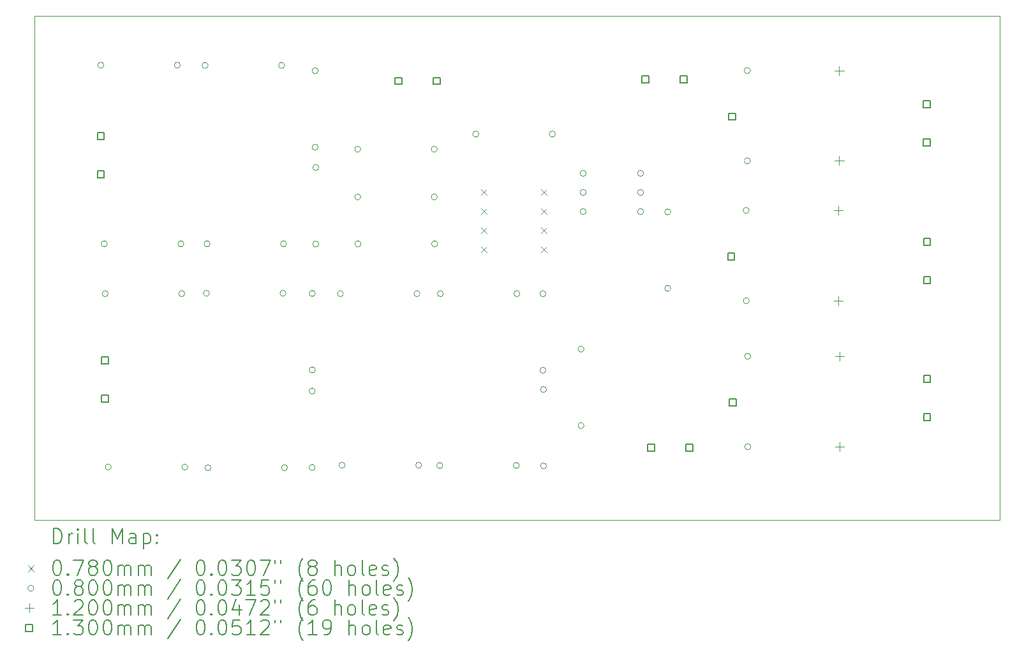
<source format=gbr>
%TF.GenerationSoftware,KiCad,Pcbnew,7.0.5*%
%TF.CreationDate,2023-11-27T09:45:24+05:30*%
%TF.ProjectId,Precharge circuit,50726563-6861-4726-9765-206369726375,rev?*%
%TF.SameCoordinates,Original*%
%TF.FileFunction,Drillmap*%
%TF.FilePolarity,Positive*%
%FSLAX45Y45*%
G04 Gerber Fmt 4.5, Leading zero omitted, Abs format (unit mm)*
G04 Created by KiCad (PCBNEW 7.0.5) date 2023-11-27 09:45:24*
%MOMM*%
%LPD*%
G01*
G04 APERTURE LIST*
%ADD10C,0.100000*%
%ADD11C,0.200000*%
%ADD12C,0.078000*%
%ADD13C,0.080000*%
%ADD14C,0.120000*%
%ADD15C,0.130000*%
G04 APERTURE END LIST*
D10*
X2851150Y-3009900D02*
X15660370Y-3009900D01*
X15660370Y-9702800D01*
X2851150Y-9702800D01*
X2851150Y-3009900D01*
D11*
D12*
X8781660Y-5307700D02*
X8859660Y-5385700D01*
X8859660Y-5307700D02*
X8781660Y-5385700D01*
X8781660Y-5561700D02*
X8859660Y-5639700D01*
X8859660Y-5561700D02*
X8781660Y-5639700D01*
X8781660Y-5815700D02*
X8859660Y-5893700D01*
X8859660Y-5815700D02*
X8781660Y-5893700D01*
X8781660Y-6069700D02*
X8859660Y-6147700D01*
X8859660Y-6069700D02*
X8781660Y-6147700D01*
X9575660Y-5307700D02*
X9653660Y-5385700D01*
X9653660Y-5307700D02*
X9575660Y-5385700D01*
X9575660Y-5561700D02*
X9653660Y-5639700D01*
X9653660Y-5561700D02*
X9575660Y-5639700D01*
X9575660Y-5815700D02*
X9653660Y-5893700D01*
X9653660Y-5815700D02*
X9575660Y-5893700D01*
X9575660Y-6069700D02*
X9653660Y-6147700D01*
X9653660Y-6069700D02*
X9575660Y-6147700D01*
D13*
X3773800Y-3662680D02*
G75*
G03*
X3773800Y-3662680I-40000J0D01*
G01*
X3819520Y-6035040D02*
G75*
G03*
X3819520Y-6035040I-40000J0D01*
G01*
X3832220Y-6697980D02*
G75*
G03*
X3832220Y-6697980I-40000J0D01*
G01*
X3872860Y-9001760D02*
G75*
G03*
X3872860Y-9001760I-40000J0D01*
G01*
X4789800Y-3662680D02*
G75*
G03*
X4789800Y-3662680I-40000J0D01*
G01*
X4835520Y-6035040D02*
G75*
G03*
X4835520Y-6035040I-40000J0D01*
G01*
X4848220Y-6697980D02*
G75*
G03*
X4848220Y-6697980I-40000J0D01*
G01*
X4888860Y-9001760D02*
G75*
G03*
X4888860Y-9001760I-40000J0D01*
G01*
X5158100Y-3665220D02*
G75*
G03*
X5158100Y-3665220I-40000J0D01*
G01*
X5175880Y-6692900D02*
G75*
G03*
X5175880Y-6692900I-40000J0D01*
G01*
X5183500Y-6035040D02*
G75*
G03*
X5183500Y-6035040I-40000J0D01*
G01*
X5196200Y-9009380D02*
G75*
G03*
X5196200Y-9009380I-40000J0D01*
G01*
X6174100Y-3665220D02*
G75*
G03*
X6174100Y-3665220I-40000J0D01*
G01*
X6191880Y-6692900D02*
G75*
G03*
X6191880Y-6692900I-40000J0D01*
G01*
X6199500Y-6035040D02*
G75*
G03*
X6199500Y-6035040I-40000J0D01*
G01*
X6212200Y-9009380D02*
G75*
G03*
X6212200Y-9009380I-40000J0D01*
G01*
X6577960Y-7990840D02*
G75*
G03*
X6577960Y-7990840I-40000J0D01*
G01*
X6577960Y-9006840D02*
G75*
G03*
X6577960Y-9006840I-40000J0D01*
G01*
X6580500Y-6695440D02*
G75*
G03*
X6580500Y-6695440I-40000J0D01*
G01*
X6580500Y-7711440D02*
G75*
G03*
X6580500Y-7711440I-40000J0D01*
G01*
X6618600Y-3736340D02*
G75*
G03*
X6618600Y-3736340I-40000J0D01*
G01*
X6618600Y-4752340D02*
G75*
G03*
X6618600Y-4752340I-40000J0D01*
G01*
X6626220Y-5021580D02*
G75*
G03*
X6626220Y-5021580I-40000J0D01*
G01*
X6626220Y-6037580D02*
G75*
G03*
X6626220Y-6037580I-40000J0D01*
G01*
X6953880Y-6697980D02*
G75*
G03*
X6953880Y-6697980I-40000J0D01*
G01*
X6976740Y-8976360D02*
G75*
G03*
X6976740Y-8976360I-40000J0D01*
G01*
X7182480Y-4777740D02*
G75*
G03*
X7182480Y-4777740I-40000J0D01*
G01*
X7182480Y-5412740D02*
G75*
G03*
X7182480Y-5412740I-40000J0D01*
G01*
X7187560Y-6035040D02*
G75*
G03*
X7187560Y-6035040I-40000J0D01*
G01*
X7969880Y-6697980D02*
G75*
G03*
X7969880Y-6697980I-40000J0D01*
G01*
X7992740Y-8976360D02*
G75*
G03*
X7992740Y-8976360I-40000J0D01*
G01*
X8198480Y-4777740D02*
G75*
G03*
X8198480Y-4777740I-40000J0D01*
G01*
X8198480Y-5412740D02*
G75*
G03*
X8198480Y-5412740I-40000J0D01*
G01*
X8203560Y-6035040D02*
G75*
G03*
X8203560Y-6035040I-40000J0D01*
G01*
X8272140Y-8981440D02*
G75*
G03*
X8272140Y-8981440I-40000J0D01*
G01*
X8279760Y-6697980D02*
G75*
G03*
X8279760Y-6697980I-40000J0D01*
G01*
X8749660Y-4577080D02*
G75*
G03*
X8749660Y-4577080I-40000J0D01*
G01*
X9288140Y-8981440D02*
G75*
G03*
X9288140Y-8981440I-40000J0D01*
G01*
X9295760Y-6697980D02*
G75*
G03*
X9295760Y-6697980I-40000J0D01*
G01*
X9641200Y-6697980D02*
G75*
G03*
X9641200Y-6697980I-40000J0D01*
G01*
X9641200Y-7713980D02*
G75*
G03*
X9641200Y-7713980I-40000J0D01*
G01*
X9648820Y-7970520D02*
G75*
G03*
X9648820Y-7970520I-40000J0D01*
G01*
X9648820Y-8986520D02*
G75*
G03*
X9648820Y-8986520I-40000J0D01*
G01*
X9765660Y-4577080D02*
G75*
G03*
X9765660Y-4577080I-40000J0D01*
G01*
X10146660Y-7434580D02*
G75*
G03*
X10146660Y-7434580I-40000J0D01*
G01*
X10146660Y-8450580D02*
G75*
G03*
X10146660Y-8450580I-40000J0D01*
G01*
X10175600Y-5099280D02*
G75*
G03*
X10175600Y-5099280I-40000J0D01*
G01*
X10175600Y-5353280D02*
G75*
G03*
X10175600Y-5353280I-40000J0D01*
G01*
X10175600Y-5607280D02*
G75*
G03*
X10175600Y-5607280I-40000J0D01*
G01*
X10937600Y-5099280D02*
G75*
G03*
X10937600Y-5099280I-40000J0D01*
G01*
X10937600Y-5353280D02*
G75*
G03*
X10937600Y-5353280I-40000J0D01*
G01*
X10937600Y-5607280D02*
G75*
G03*
X10937600Y-5607280I-40000J0D01*
G01*
X11297280Y-5610860D02*
G75*
G03*
X11297280Y-5610860I-40000J0D01*
G01*
X11297280Y-6626860D02*
G75*
G03*
X11297280Y-6626860I-40000J0D01*
G01*
X12338730Y-5592520D02*
G75*
G03*
X12338730Y-5592520I-40000J0D01*
G01*
X12338730Y-6792520D02*
G75*
G03*
X12338730Y-6792520I-40000J0D01*
G01*
X12353970Y-3733240D02*
G75*
G03*
X12353970Y-3733240I-40000J0D01*
G01*
X12353970Y-4933240D02*
G75*
G03*
X12353970Y-4933240I-40000J0D01*
G01*
X12359050Y-7530540D02*
G75*
G03*
X12359050Y-7530540I-40000J0D01*
G01*
X12359050Y-8730540D02*
G75*
G03*
X12359050Y-8730540I-40000J0D01*
G01*
D14*
X13518730Y-5532520D02*
X13518730Y-5652520D01*
X13458730Y-5592520D02*
X13578730Y-5592520D01*
X13518730Y-6732520D02*
X13518730Y-6852520D01*
X13458730Y-6792520D02*
X13578730Y-6792520D01*
X13533970Y-3673240D02*
X13533970Y-3793240D01*
X13473970Y-3733240D02*
X13593970Y-3733240D01*
X13533970Y-4873240D02*
X13533970Y-4993240D01*
X13473970Y-4933240D02*
X13593970Y-4933240D01*
X13539050Y-7470540D02*
X13539050Y-7590540D01*
X13479050Y-7530540D02*
X13599050Y-7530540D01*
X13539050Y-8670540D02*
X13539050Y-8790540D01*
X13479050Y-8730540D02*
X13599050Y-8730540D01*
D15*
X3779782Y-4648942D02*
X3779782Y-4557018D01*
X3687858Y-4557018D01*
X3687858Y-4648942D01*
X3779782Y-4648942D01*
X3779782Y-5156942D02*
X3779782Y-5065018D01*
X3687858Y-5065018D01*
X3687858Y-5156942D01*
X3779782Y-5156942D01*
X3838202Y-7628362D02*
X3838202Y-7536438D01*
X3746278Y-7536438D01*
X3746278Y-7628362D01*
X3838202Y-7628362D01*
X3838202Y-8136362D02*
X3838202Y-8044438D01*
X3746278Y-8044438D01*
X3746278Y-8136362D01*
X3838202Y-8136362D01*
X7729462Y-3916922D02*
X7729462Y-3824998D01*
X7637538Y-3824998D01*
X7637538Y-3916922D01*
X7729462Y-3916922D01*
X8237462Y-3916922D02*
X8237462Y-3824998D01*
X8145538Y-3824998D01*
X8145538Y-3916922D01*
X8237462Y-3916922D01*
X11003522Y-3899142D02*
X11003522Y-3807218D01*
X10911598Y-3807218D01*
X10911598Y-3899142D01*
X11003522Y-3899142D01*
X11084302Y-8791202D02*
X11084302Y-8699278D01*
X10992378Y-8699278D01*
X10992378Y-8791202D01*
X11084302Y-8791202D01*
X11511522Y-3899142D02*
X11511522Y-3807218D01*
X11419598Y-3807218D01*
X11419598Y-3899142D01*
X11511522Y-3899142D01*
X11592302Y-8791202D02*
X11592302Y-8699278D01*
X11500378Y-8699278D01*
X11500378Y-8791202D01*
X11592302Y-8791202D01*
X12144692Y-6250482D02*
X12144692Y-6158558D01*
X12052768Y-6158558D01*
X12052768Y-6250482D01*
X12144692Y-6250482D01*
X12159932Y-4391202D02*
X12159932Y-4299278D01*
X12068008Y-4299278D01*
X12068008Y-4391202D01*
X12159932Y-4391202D01*
X12165012Y-8188502D02*
X12165012Y-8096578D01*
X12073088Y-8096578D01*
X12073088Y-8188502D01*
X12165012Y-8188502D01*
X14742402Y-4226802D02*
X14742402Y-4134878D01*
X14650478Y-4134878D01*
X14650478Y-4226802D01*
X14742402Y-4226802D01*
X14742402Y-4734802D02*
X14742402Y-4642878D01*
X14650478Y-4642878D01*
X14650478Y-4734802D01*
X14742402Y-4734802D01*
X14744942Y-6053062D02*
X14744942Y-5961138D01*
X14653018Y-5961138D01*
X14653018Y-6053062D01*
X14744942Y-6053062D01*
X14744942Y-6561062D02*
X14744942Y-6469138D01*
X14653018Y-6469138D01*
X14653018Y-6561062D01*
X14744942Y-6561062D01*
X14744942Y-7874242D02*
X14744942Y-7782318D01*
X14653018Y-7782318D01*
X14653018Y-7874242D01*
X14744942Y-7874242D01*
X14744942Y-8382242D02*
X14744942Y-8290318D01*
X14653018Y-8290318D01*
X14653018Y-8382242D01*
X14744942Y-8382242D01*
D11*
X3106927Y-10019284D02*
X3106927Y-9819284D01*
X3106927Y-9819284D02*
X3154546Y-9819284D01*
X3154546Y-9819284D02*
X3183117Y-9828808D01*
X3183117Y-9828808D02*
X3202165Y-9847855D01*
X3202165Y-9847855D02*
X3211689Y-9866903D01*
X3211689Y-9866903D02*
X3221212Y-9904998D01*
X3221212Y-9904998D02*
X3221212Y-9933570D01*
X3221212Y-9933570D02*
X3211689Y-9971665D01*
X3211689Y-9971665D02*
X3202165Y-9990712D01*
X3202165Y-9990712D02*
X3183117Y-10009760D01*
X3183117Y-10009760D02*
X3154546Y-10019284D01*
X3154546Y-10019284D02*
X3106927Y-10019284D01*
X3306927Y-10019284D02*
X3306927Y-9885950D01*
X3306927Y-9924046D02*
X3316451Y-9904998D01*
X3316451Y-9904998D02*
X3325974Y-9895474D01*
X3325974Y-9895474D02*
X3345022Y-9885950D01*
X3345022Y-9885950D02*
X3364070Y-9885950D01*
X3430736Y-10019284D02*
X3430736Y-9885950D01*
X3430736Y-9819284D02*
X3421212Y-9828808D01*
X3421212Y-9828808D02*
X3430736Y-9838331D01*
X3430736Y-9838331D02*
X3440260Y-9828808D01*
X3440260Y-9828808D02*
X3430736Y-9819284D01*
X3430736Y-9819284D02*
X3430736Y-9838331D01*
X3554546Y-10019284D02*
X3535498Y-10009760D01*
X3535498Y-10009760D02*
X3525974Y-9990712D01*
X3525974Y-9990712D02*
X3525974Y-9819284D01*
X3659308Y-10019284D02*
X3640260Y-10009760D01*
X3640260Y-10009760D02*
X3630736Y-9990712D01*
X3630736Y-9990712D02*
X3630736Y-9819284D01*
X3887879Y-10019284D02*
X3887879Y-9819284D01*
X3887879Y-9819284D02*
X3954546Y-9962141D01*
X3954546Y-9962141D02*
X4021212Y-9819284D01*
X4021212Y-9819284D02*
X4021212Y-10019284D01*
X4202165Y-10019284D02*
X4202165Y-9914522D01*
X4202165Y-9914522D02*
X4192641Y-9895474D01*
X4192641Y-9895474D02*
X4173593Y-9885950D01*
X4173593Y-9885950D02*
X4135498Y-9885950D01*
X4135498Y-9885950D02*
X4116451Y-9895474D01*
X4202165Y-10009760D02*
X4183117Y-10019284D01*
X4183117Y-10019284D02*
X4135498Y-10019284D01*
X4135498Y-10019284D02*
X4116451Y-10009760D01*
X4116451Y-10009760D02*
X4106927Y-9990712D01*
X4106927Y-9990712D02*
X4106927Y-9971665D01*
X4106927Y-9971665D02*
X4116451Y-9952617D01*
X4116451Y-9952617D02*
X4135498Y-9943093D01*
X4135498Y-9943093D02*
X4183117Y-9943093D01*
X4183117Y-9943093D02*
X4202165Y-9933570D01*
X4297403Y-9885950D02*
X4297403Y-10085950D01*
X4297403Y-9895474D02*
X4316451Y-9885950D01*
X4316451Y-9885950D02*
X4354546Y-9885950D01*
X4354546Y-9885950D02*
X4373594Y-9895474D01*
X4373594Y-9895474D02*
X4383117Y-9904998D01*
X4383117Y-9904998D02*
X4392641Y-9924046D01*
X4392641Y-9924046D02*
X4392641Y-9981189D01*
X4392641Y-9981189D02*
X4383117Y-10000236D01*
X4383117Y-10000236D02*
X4373594Y-10009760D01*
X4373594Y-10009760D02*
X4354546Y-10019284D01*
X4354546Y-10019284D02*
X4316451Y-10019284D01*
X4316451Y-10019284D02*
X4297403Y-10009760D01*
X4478355Y-10000236D02*
X4487879Y-10009760D01*
X4487879Y-10009760D02*
X4478355Y-10019284D01*
X4478355Y-10019284D02*
X4468832Y-10009760D01*
X4468832Y-10009760D02*
X4478355Y-10000236D01*
X4478355Y-10000236D02*
X4478355Y-10019284D01*
X4478355Y-9895474D02*
X4487879Y-9904998D01*
X4487879Y-9904998D02*
X4478355Y-9914522D01*
X4478355Y-9914522D02*
X4468832Y-9904998D01*
X4468832Y-9904998D02*
X4478355Y-9895474D01*
X4478355Y-9895474D02*
X4478355Y-9914522D01*
D12*
X2768150Y-10308800D02*
X2846150Y-10386800D01*
X2846150Y-10308800D02*
X2768150Y-10386800D01*
D11*
X3145022Y-10239284D02*
X3164070Y-10239284D01*
X3164070Y-10239284D02*
X3183117Y-10248808D01*
X3183117Y-10248808D02*
X3192641Y-10258331D01*
X3192641Y-10258331D02*
X3202165Y-10277379D01*
X3202165Y-10277379D02*
X3211689Y-10315474D01*
X3211689Y-10315474D02*
X3211689Y-10363093D01*
X3211689Y-10363093D02*
X3202165Y-10401189D01*
X3202165Y-10401189D02*
X3192641Y-10420236D01*
X3192641Y-10420236D02*
X3183117Y-10429760D01*
X3183117Y-10429760D02*
X3164070Y-10439284D01*
X3164070Y-10439284D02*
X3145022Y-10439284D01*
X3145022Y-10439284D02*
X3125974Y-10429760D01*
X3125974Y-10429760D02*
X3116451Y-10420236D01*
X3116451Y-10420236D02*
X3106927Y-10401189D01*
X3106927Y-10401189D02*
X3097403Y-10363093D01*
X3097403Y-10363093D02*
X3097403Y-10315474D01*
X3097403Y-10315474D02*
X3106927Y-10277379D01*
X3106927Y-10277379D02*
X3116451Y-10258331D01*
X3116451Y-10258331D02*
X3125974Y-10248808D01*
X3125974Y-10248808D02*
X3145022Y-10239284D01*
X3297403Y-10420236D02*
X3306927Y-10429760D01*
X3306927Y-10429760D02*
X3297403Y-10439284D01*
X3297403Y-10439284D02*
X3287879Y-10429760D01*
X3287879Y-10429760D02*
X3297403Y-10420236D01*
X3297403Y-10420236D02*
X3297403Y-10439284D01*
X3373593Y-10239284D02*
X3506927Y-10239284D01*
X3506927Y-10239284D02*
X3421212Y-10439284D01*
X3611689Y-10324998D02*
X3592641Y-10315474D01*
X3592641Y-10315474D02*
X3583117Y-10305950D01*
X3583117Y-10305950D02*
X3573593Y-10286903D01*
X3573593Y-10286903D02*
X3573593Y-10277379D01*
X3573593Y-10277379D02*
X3583117Y-10258331D01*
X3583117Y-10258331D02*
X3592641Y-10248808D01*
X3592641Y-10248808D02*
X3611689Y-10239284D01*
X3611689Y-10239284D02*
X3649784Y-10239284D01*
X3649784Y-10239284D02*
X3668832Y-10248808D01*
X3668832Y-10248808D02*
X3678355Y-10258331D01*
X3678355Y-10258331D02*
X3687879Y-10277379D01*
X3687879Y-10277379D02*
X3687879Y-10286903D01*
X3687879Y-10286903D02*
X3678355Y-10305950D01*
X3678355Y-10305950D02*
X3668832Y-10315474D01*
X3668832Y-10315474D02*
X3649784Y-10324998D01*
X3649784Y-10324998D02*
X3611689Y-10324998D01*
X3611689Y-10324998D02*
X3592641Y-10334522D01*
X3592641Y-10334522D02*
X3583117Y-10344046D01*
X3583117Y-10344046D02*
X3573593Y-10363093D01*
X3573593Y-10363093D02*
X3573593Y-10401189D01*
X3573593Y-10401189D02*
X3583117Y-10420236D01*
X3583117Y-10420236D02*
X3592641Y-10429760D01*
X3592641Y-10429760D02*
X3611689Y-10439284D01*
X3611689Y-10439284D02*
X3649784Y-10439284D01*
X3649784Y-10439284D02*
X3668832Y-10429760D01*
X3668832Y-10429760D02*
X3678355Y-10420236D01*
X3678355Y-10420236D02*
X3687879Y-10401189D01*
X3687879Y-10401189D02*
X3687879Y-10363093D01*
X3687879Y-10363093D02*
X3678355Y-10344046D01*
X3678355Y-10344046D02*
X3668832Y-10334522D01*
X3668832Y-10334522D02*
X3649784Y-10324998D01*
X3811689Y-10239284D02*
X3830736Y-10239284D01*
X3830736Y-10239284D02*
X3849784Y-10248808D01*
X3849784Y-10248808D02*
X3859308Y-10258331D01*
X3859308Y-10258331D02*
X3868832Y-10277379D01*
X3868832Y-10277379D02*
X3878355Y-10315474D01*
X3878355Y-10315474D02*
X3878355Y-10363093D01*
X3878355Y-10363093D02*
X3868832Y-10401189D01*
X3868832Y-10401189D02*
X3859308Y-10420236D01*
X3859308Y-10420236D02*
X3849784Y-10429760D01*
X3849784Y-10429760D02*
X3830736Y-10439284D01*
X3830736Y-10439284D02*
X3811689Y-10439284D01*
X3811689Y-10439284D02*
X3792641Y-10429760D01*
X3792641Y-10429760D02*
X3783117Y-10420236D01*
X3783117Y-10420236D02*
X3773593Y-10401189D01*
X3773593Y-10401189D02*
X3764070Y-10363093D01*
X3764070Y-10363093D02*
X3764070Y-10315474D01*
X3764070Y-10315474D02*
X3773593Y-10277379D01*
X3773593Y-10277379D02*
X3783117Y-10258331D01*
X3783117Y-10258331D02*
X3792641Y-10248808D01*
X3792641Y-10248808D02*
X3811689Y-10239284D01*
X3964070Y-10439284D02*
X3964070Y-10305950D01*
X3964070Y-10324998D02*
X3973593Y-10315474D01*
X3973593Y-10315474D02*
X3992641Y-10305950D01*
X3992641Y-10305950D02*
X4021213Y-10305950D01*
X4021213Y-10305950D02*
X4040260Y-10315474D01*
X4040260Y-10315474D02*
X4049784Y-10334522D01*
X4049784Y-10334522D02*
X4049784Y-10439284D01*
X4049784Y-10334522D02*
X4059308Y-10315474D01*
X4059308Y-10315474D02*
X4078355Y-10305950D01*
X4078355Y-10305950D02*
X4106927Y-10305950D01*
X4106927Y-10305950D02*
X4125974Y-10315474D01*
X4125974Y-10315474D02*
X4135498Y-10334522D01*
X4135498Y-10334522D02*
X4135498Y-10439284D01*
X4230736Y-10439284D02*
X4230736Y-10305950D01*
X4230736Y-10324998D02*
X4240260Y-10315474D01*
X4240260Y-10315474D02*
X4259308Y-10305950D01*
X4259308Y-10305950D02*
X4287879Y-10305950D01*
X4287879Y-10305950D02*
X4306927Y-10315474D01*
X4306927Y-10315474D02*
X4316451Y-10334522D01*
X4316451Y-10334522D02*
X4316451Y-10439284D01*
X4316451Y-10334522D02*
X4325975Y-10315474D01*
X4325975Y-10315474D02*
X4345022Y-10305950D01*
X4345022Y-10305950D02*
X4373594Y-10305950D01*
X4373594Y-10305950D02*
X4392641Y-10315474D01*
X4392641Y-10315474D02*
X4402165Y-10334522D01*
X4402165Y-10334522D02*
X4402165Y-10439284D01*
X4792641Y-10229760D02*
X4621213Y-10486903D01*
X5049784Y-10239284D02*
X5068832Y-10239284D01*
X5068832Y-10239284D02*
X5087879Y-10248808D01*
X5087879Y-10248808D02*
X5097403Y-10258331D01*
X5097403Y-10258331D02*
X5106927Y-10277379D01*
X5106927Y-10277379D02*
X5116451Y-10315474D01*
X5116451Y-10315474D02*
X5116451Y-10363093D01*
X5116451Y-10363093D02*
X5106927Y-10401189D01*
X5106927Y-10401189D02*
X5097403Y-10420236D01*
X5097403Y-10420236D02*
X5087879Y-10429760D01*
X5087879Y-10429760D02*
X5068832Y-10439284D01*
X5068832Y-10439284D02*
X5049784Y-10439284D01*
X5049784Y-10439284D02*
X5030737Y-10429760D01*
X5030737Y-10429760D02*
X5021213Y-10420236D01*
X5021213Y-10420236D02*
X5011689Y-10401189D01*
X5011689Y-10401189D02*
X5002165Y-10363093D01*
X5002165Y-10363093D02*
X5002165Y-10315474D01*
X5002165Y-10315474D02*
X5011689Y-10277379D01*
X5011689Y-10277379D02*
X5021213Y-10258331D01*
X5021213Y-10258331D02*
X5030737Y-10248808D01*
X5030737Y-10248808D02*
X5049784Y-10239284D01*
X5202165Y-10420236D02*
X5211689Y-10429760D01*
X5211689Y-10429760D02*
X5202165Y-10439284D01*
X5202165Y-10439284D02*
X5192641Y-10429760D01*
X5192641Y-10429760D02*
X5202165Y-10420236D01*
X5202165Y-10420236D02*
X5202165Y-10439284D01*
X5335498Y-10239284D02*
X5354546Y-10239284D01*
X5354546Y-10239284D02*
X5373594Y-10248808D01*
X5373594Y-10248808D02*
X5383118Y-10258331D01*
X5383118Y-10258331D02*
X5392641Y-10277379D01*
X5392641Y-10277379D02*
X5402165Y-10315474D01*
X5402165Y-10315474D02*
X5402165Y-10363093D01*
X5402165Y-10363093D02*
X5392641Y-10401189D01*
X5392641Y-10401189D02*
X5383118Y-10420236D01*
X5383118Y-10420236D02*
X5373594Y-10429760D01*
X5373594Y-10429760D02*
X5354546Y-10439284D01*
X5354546Y-10439284D02*
X5335498Y-10439284D01*
X5335498Y-10439284D02*
X5316451Y-10429760D01*
X5316451Y-10429760D02*
X5306927Y-10420236D01*
X5306927Y-10420236D02*
X5297403Y-10401189D01*
X5297403Y-10401189D02*
X5287879Y-10363093D01*
X5287879Y-10363093D02*
X5287879Y-10315474D01*
X5287879Y-10315474D02*
X5297403Y-10277379D01*
X5297403Y-10277379D02*
X5306927Y-10258331D01*
X5306927Y-10258331D02*
X5316451Y-10248808D01*
X5316451Y-10248808D02*
X5335498Y-10239284D01*
X5468832Y-10239284D02*
X5592641Y-10239284D01*
X5592641Y-10239284D02*
X5525975Y-10315474D01*
X5525975Y-10315474D02*
X5554546Y-10315474D01*
X5554546Y-10315474D02*
X5573594Y-10324998D01*
X5573594Y-10324998D02*
X5583118Y-10334522D01*
X5583118Y-10334522D02*
X5592641Y-10353570D01*
X5592641Y-10353570D02*
X5592641Y-10401189D01*
X5592641Y-10401189D02*
X5583118Y-10420236D01*
X5583118Y-10420236D02*
X5573594Y-10429760D01*
X5573594Y-10429760D02*
X5554546Y-10439284D01*
X5554546Y-10439284D02*
X5497403Y-10439284D01*
X5497403Y-10439284D02*
X5478356Y-10429760D01*
X5478356Y-10429760D02*
X5468832Y-10420236D01*
X5716451Y-10239284D02*
X5735498Y-10239284D01*
X5735498Y-10239284D02*
X5754546Y-10248808D01*
X5754546Y-10248808D02*
X5764070Y-10258331D01*
X5764070Y-10258331D02*
X5773594Y-10277379D01*
X5773594Y-10277379D02*
X5783117Y-10315474D01*
X5783117Y-10315474D02*
X5783117Y-10363093D01*
X5783117Y-10363093D02*
X5773594Y-10401189D01*
X5773594Y-10401189D02*
X5764070Y-10420236D01*
X5764070Y-10420236D02*
X5754546Y-10429760D01*
X5754546Y-10429760D02*
X5735498Y-10439284D01*
X5735498Y-10439284D02*
X5716451Y-10439284D01*
X5716451Y-10439284D02*
X5697403Y-10429760D01*
X5697403Y-10429760D02*
X5687879Y-10420236D01*
X5687879Y-10420236D02*
X5678356Y-10401189D01*
X5678356Y-10401189D02*
X5668832Y-10363093D01*
X5668832Y-10363093D02*
X5668832Y-10315474D01*
X5668832Y-10315474D02*
X5678356Y-10277379D01*
X5678356Y-10277379D02*
X5687879Y-10258331D01*
X5687879Y-10258331D02*
X5697403Y-10248808D01*
X5697403Y-10248808D02*
X5716451Y-10239284D01*
X5849784Y-10239284D02*
X5983117Y-10239284D01*
X5983117Y-10239284D02*
X5897403Y-10439284D01*
X6049784Y-10239284D02*
X6049784Y-10277379D01*
X6125975Y-10239284D02*
X6125975Y-10277379D01*
X6421213Y-10515474D02*
X6411689Y-10505950D01*
X6411689Y-10505950D02*
X6392641Y-10477379D01*
X6392641Y-10477379D02*
X6383118Y-10458331D01*
X6383118Y-10458331D02*
X6373594Y-10429760D01*
X6373594Y-10429760D02*
X6364070Y-10382141D01*
X6364070Y-10382141D02*
X6364070Y-10344046D01*
X6364070Y-10344046D02*
X6373594Y-10296427D01*
X6373594Y-10296427D02*
X6383118Y-10267855D01*
X6383118Y-10267855D02*
X6392641Y-10248808D01*
X6392641Y-10248808D02*
X6411689Y-10220236D01*
X6411689Y-10220236D02*
X6421213Y-10210712D01*
X6525975Y-10324998D02*
X6506927Y-10315474D01*
X6506927Y-10315474D02*
X6497403Y-10305950D01*
X6497403Y-10305950D02*
X6487879Y-10286903D01*
X6487879Y-10286903D02*
X6487879Y-10277379D01*
X6487879Y-10277379D02*
X6497403Y-10258331D01*
X6497403Y-10258331D02*
X6506927Y-10248808D01*
X6506927Y-10248808D02*
X6525975Y-10239284D01*
X6525975Y-10239284D02*
X6564070Y-10239284D01*
X6564070Y-10239284D02*
X6583118Y-10248808D01*
X6583118Y-10248808D02*
X6592641Y-10258331D01*
X6592641Y-10258331D02*
X6602165Y-10277379D01*
X6602165Y-10277379D02*
X6602165Y-10286903D01*
X6602165Y-10286903D02*
X6592641Y-10305950D01*
X6592641Y-10305950D02*
X6583118Y-10315474D01*
X6583118Y-10315474D02*
X6564070Y-10324998D01*
X6564070Y-10324998D02*
X6525975Y-10324998D01*
X6525975Y-10324998D02*
X6506927Y-10334522D01*
X6506927Y-10334522D02*
X6497403Y-10344046D01*
X6497403Y-10344046D02*
X6487879Y-10363093D01*
X6487879Y-10363093D02*
X6487879Y-10401189D01*
X6487879Y-10401189D02*
X6497403Y-10420236D01*
X6497403Y-10420236D02*
X6506927Y-10429760D01*
X6506927Y-10429760D02*
X6525975Y-10439284D01*
X6525975Y-10439284D02*
X6564070Y-10439284D01*
X6564070Y-10439284D02*
X6583118Y-10429760D01*
X6583118Y-10429760D02*
X6592641Y-10420236D01*
X6592641Y-10420236D02*
X6602165Y-10401189D01*
X6602165Y-10401189D02*
X6602165Y-10363093D01*
X6602165Y-10363093D02*
X6592641Y-10344046D01*
X6592641Y-10344046D02*
X6583118Y-10334522D01*
X6583118Y-10334522D02*
X6564070Y-10324998D01*
X6840260Y-10439284D02*
X6840260Y-10239284D01*
X6925975Y-10439284D02*
X6925975Y-10334522D01*
X6925975Y-10334522D02*
X6916451Y-10315474D01*
X6916451Y-10315474D02*
X6897403Y-10305950D01*
X6897403Y-10305950D02*
X6868832Y-10305950D01*
X6868832Y-10305950D02*
X6849784Y-10315474D01*
X6849784Y-10315474D02*
X6840260Y-10324998D01*
X7049784Y-10439284D02*
X7030737Y-10429760D01*
X7030737Y-10429760D02*
X7021213Y-10420236D01*
X7021213Y-10420236D02*
X7011689Y-10401189D01*
X7011689Y-10401189D02*
X7011689Y-10344046D01*
X7011689Y-10344046D02*
X7021213Y-10324998D01*
X7021213Y-10324998D02*
X7030737Y-10315474D01*
X7030737Y-10315474D02*
X7049784Y-10305950D01*
X7049784Y-10305950D02*
X7078356Y-10305950D01*
X7078356Y-10305950D02*
X7097403Y-10315474D01*
X7097403Y-10315474D02*
X7106927Y-10324998D01*
X7106927Y-10324998D02*
X7116451Y-10344046D01*
X7116451Y-10344046D02*
X7116451Y-10401189D01*
X7116451Y-10401189D02*
X7106927Y-10420236D01*
X7106927Y-10420236D02*
X7097403Y-10429760D01*
X7097403Y-10429760D02*
X7078356Y-10439284D01*
X7078356Y-10439284D02*
X7049784Y-10439284D01*
X7230737Y-10439284D02*
X7211689Y-10429760D01*
X7211689Y-10429760D02*
X7202165Y-10410712D01*
X7202165Y-10410712D02*
X7202165Y-10239284D01*
X7383118Y-10429760D02*
X7364070Y-10439284D01*
X7364070Y-10439284D02*
X7325975Y-10439284D01*
X7325975Y-10439284D02*
X7306927Y-10429760D01*
X7306927Y-10429760D02*
X7297403Y-10410712D01*
X7297403Y-10410712D02*
X7297403Y-10334522D01*
X7297403Y-10334522D02*
X7306927Y-10315474D01*
X7306927Y-10315474D02*
X7325975Y-10305950D01*
X7325975Y-10305950D02*
X7364070Y-10305950D01*
X7364070Y-10305950D02*
X7383118Y-10315474D01*
X7383118Y-10315474D02*
X7392641Y-10334522D01*
X7392641Y-10334522D02*
X7392641Y-10353570D01*
X7392641Y-10353570D02*
X7297403Y-10372617D01*
X7468832Y-10429760D02*
X7487880Y-10439284D01*
X7487880Y-10439284D02*
X7525975Y-10439284D01*
X7525975Y-10439284D02*
X7545022Y-10429760D01*
X7545022Y-10429760D02*
X7554546Y-10410712D01*
X7554546Y-10410712D02*
X7554546Y-10401189D01*
X7554546Y-10401189D02*
X7545022Y-10382141D01*
X7545022Y-10382141D02*
X7525975Y-10372617D01*
X7525975Y-10372617D02*
X7497403Y-10372617D01*
X7497403Y-10372617D02*
X7478356Y-10363093D01*
X7478356Y-10363093D02*
X7468832Y-10344046D01*
X7468832Y-10344046D02*
X7468832Y-10334522D01*
X7468832Y-10334522D02*
X7478356Y-10315474D01*
X7478356Y-10315474D02*
X7497403Y-10305950D01*
X7497403Y-10305950D02*
X7525975Y-10305950D01*
X7525975Y-10305950D02*
X7545022Y-10315474D01*
X7621213Y-10515474D02*
X7630737Y-10505950D01*
X7630737Y-10505950D02*
X7649784Y-10477379D01*
X7649784Y-10477379D02*
X7659308Y-10458331D01*
X7659308Y-10458331D02*
X7668832Y-10429760D01*
X7668832Y-10429760D02*
X7678356Y-10382141D01*
X7678356Y-10382141D02*
X7678356Y-10344046D01*
X7678356Y-10344046D02*
X7668832Y-10296427D01*
X7668832Y-10296427D02*
X7659308Y-10267855D01*
X7659308Y-10267855D02*
X7649784Y-10248808D01*
X7649784Y-10248808D02*
X7630737Y-10220236D01*
X7630737Y-10220236D02*
X7621213Y-10210712D01*
D13*
X2846150Y-10611800D02*
G75*
G03*
X2846150Y-10611800I-40000J0D01*
G01*
D11*
X3145022Y-10503284D02*
X3164070Y-10503284D01*
X3164070Y-10503284D02*
X3183117Y-10512808D01*
X3183117Y-10512808D02*
X3192641Y-10522331D01*
X3192641Y-10522331D02*
X3202165Y-10541379D01*
X3202165Y-10541379D02*
X3211689Y-10579474D01*
X3211689Y-10579474D02*
X3211689Y-10627093D01*
X3211689Y-10627093D02*
X3202165Y-10665189D01*
X3202165Y-10665189D02*
X3192641Y-10684236D01*
X3192641Y-10684236D02*
X3183117Y-10693760D01*
X3183117Y-10693760D02*
X3164070Y-10703284D01*
X3164070Y-10703284D02*
X3145022Y-10703284D01*
X3145022Y-10703284D02*
X3125974Y-10693760D01*
X3125974Y-10693760D02*
X3116451Y-10684236D01*
X3116451Y-10684236D02*
X3106927Y-10665189D01*
X3106927Y-10665189D02*
X3097403Y-10627093D01*
X3097403Y-10627093D02*
X3097403Y-10579474D01*
X3097403Y-10579474D02*
X3106927Y-10541379D01*
X3106927Y-10541379D02*
X3116451Y-10522331D01*
X3116451Y-10522331D02*
X3125974Y-10512808D01*
X3125974Y-10512808D02*
X3145022Y-10503284D01*
X3297403Y-10684236D02*
X3306927Y-10693760D01*
X3306927Y-10693760D02*
X3297403Y-10703284D01*
X3297403Y-10703284D02*
X3287879Y-10693760D01*
X3287879Y-10693760D02*
X3297403Y-10684236D01*
X3297403Y-10684236D02*
X3297403Y-10703284D01*
X3421212Y-10588998D02*
X3402165Y-10579474D01*
X3402165Y-10579474D02*
X3392641Y-10569950D01*
X3392641Y-10569950D02*
X3383117Y-10550903D01*
X3383117Y-10550903D02*
X3383117Y-10541379D01*
X3383117Y-10541379D02*
X3392641Y-10522331D01*
X3392641Y-10522331D02*
X3402165Y-10512808D01*
X3402165Y-10512808D02*
X3421212Y-10503284D01*
X3421212Y-10503284D02*
X3459308Y-10503284D01*
X3459308Y-10503284D02*
X3478355Y-10512808D01*
X3478355Y-10512808D02*
X3487879Y-10522331D01*
X3487879Y-10522331D02*
X3497403Y-10541379D01*
X3497403Y-10541379D02*
X3497403Y-10550903D01*
X3497403Y-10550903D02*
X3487879Y-10569950D01*
X3487879Y-10569950D02*
X3478355Y-10579474D01*
X3478355Y-10579474D02*
X3459308Y-10588998D01*
X3459308Y-10588998D02*
X3421212Y-10588998D01*
X3421212Y-10588998D02*
X3402165Y-10598522D01*
X3402165Y-10598522D02*
X3392641Y-10608046D01*
X3392641Y-10608046D02*
X3383117Y-10627093D01*
X3383117Y-10627093D02*
X3383117Y-10665189D01*
X3383117Y-10665189D02*
X3392641Y-10684236D01*
X3392641Y-10684236D02*
X3402165Y-10693760D01*
X3402165Y-10693760D02*
X3421212Y-10703284D01*
X3421212Y-10703284D02*
X3459308Y-10703284D01*
X3459308Y-10703284D02*
X3478355Y-10693760D01*
X3478355Y-10693760D02*
X3487879Y-10684236D01*
X3487879Y-10684236D02*
X3497403Y-10665189D01*
X3497403Y-10665189D02*
X3497403Y-10627093D01*
X3497403Y-10627093D02*
X3487879Y-10608046D01*
X3487879Y-10608046D02*
X3478355Y-10598522D01*
X3478355Y-10598522D02*
X3459308Y-10588998D01*
X3621212Y-10503284D02*
X3640260Y-10503284D01*
X3640260Y-10503284D02*
X3659308Y-10512808D01*
X3659308Y-10512808D02*
X3668832Y-10522331D01*
X3668832Y-10522331D02*
X3678355Y-10541379D01*
X3678355Y-10541379D02*
X3687879Y-10579474D01*
X3687879Y-10579474D02*
X3687879Y-10627093D01*
X3687879Y-10627093D02*
X3678355Y-10665189D01*
X3678355Y-10665189D02*
X3668832Y-10684236D01*
X3668832Y-10684236D02*
X3659308Y-10693760D01*
X3659308Y-10693760D02*
X3640260Y-10703284D01*
X3640260Y-10703284D02*
X3621212Y-10703284D01*
X3621212Y-10703284D02*
X3602165Y-10693760D01*
X3602165Y-10693760D02*
X3592641Y-10684236D01*
X3592641Y-10684236D02*
X3583117Y-10665189D01*
X3583117Y-10665189D02*
X3573593Y-10627093D01*
X3573593Y-10627093D02*
X3573593Y-10579474D01*
X3573593Y-10579474D02*
X3583117Y-10541379D01*
X3583117Y-10541379D02*
X3592641Y-10522331D01*
X3592641Y-10522331D02*
X3602165Y-10512808D01*
X3602165Y-10512808D02*
X3621212Y-10503284D01*
X3811689Y-10503284D02*
X3830736Y-10503284D01*
X3830736Y-10503284D02*
X3849784Y-10512808D01*
X3849784Y-10512808D02*
X3859308Y-10522331D01*
X3859308Y-10522331D02*
X3868832Y-10541379D01*
X3868832Y-10541379D02*
X3878355Y-10579474D01*
X3878355Y-10579474D02*
X3878355Y-10627093D01*
X3878355Y-10627093D02*
X3868832Y-10665189D01*
X3868832Y-10665189D02*
X3859308Y-10684236D01*
X3859308Y-10684236D02*
X3849784Y-10693760D01*
X3849784Y-10693760D02*
X3830736Y-10703284D01*
X3830736Y-10703284D02*
X3811689Y-10703284D01*
X3811689Y-10703284D02*
X3792641Y-10693760D01*
X3792641Y-10693760D02*
X3783117Y-10684236D01*
X3783117Y-10684236D02*
X3773593Y-10665189D01*
X3773593Y-10665189D02*
X3764070Y-10627093D01*
X3764070Y-10627093D02*
X3764070Y-10579474D01*
X3764070Y-10579474D02*
X3773593Y-10541379D01*
X3773593Y-10541379D02*
X3783117Y-10522331D01*
X3783117Y-10522331D02*
X3792641Y-10512808D01*
X3792641Y-10512808D02*
X3811689Y-10503284D01*
X3964070Y-10703284D02*
X3964070Y-10569950D01*
X3964070Y-10588998D02*
X3973593Y-10579474D01*
X3973593Y-10579474D02*
X3992641Y-10569950D01*
X3992641Y-10569950D02*
X4021213Y-10569950D01*
X4021213Y-10569950D02*
X4040260Y-10579474D01*
X4040260Y-10579474D02*
X4049784Y-10598522D01*
X4049784Y-10598522D02*
X4049784Y-10703284D01*
X4049784Y-10598522D02*
X4059308Y-10579474D01*
X4059308Y-10579474D02*
X4078355Y-10569950D01*
X4078355Y-10569950D02*
X4106927Y-10569950D01*
X4106927Y-10569950D02*
X4125974Y-10579474D01*
X4125974Y-10579474D02*
X4135498Y-10598522D01*
X4135498Y-10598522D02*
X4135498Y-10703284D01*
X4230736Y-10703284D02*
X4230736Y-10569950D01*
X4230736Y-10588998D02*
X4240260Y-10579474D01*
X4240260Y-10579474D02*
X4259308Y-10569950D01*
X4259308Y-10569950D02*
X4287879Y-10569950D01*
X4287879Y-10569950D02*
X4306927Y-10579474D01*
X4306927Y-10579474D02*
X4316451Y-10598522D01*
X4316451Y-10598522D02*
X4316451Y-10703284D01*
X4316451Y-10598522D02*
X4325975Y-10579474D01*
X4325975Y-10579474D02*
X4345022Y-10569950D01*
X4345022Y-10569950D02*
X4373594Y-10569950D01*
X4373594Y-10569950D02*
X4392641Y-10579474D01*
X4392641Y-10579474D02*
X4402165Y-10598522D01*
X4402165Y-10598522D02*
X4402165Y-10703284D01*
X4792641Y-10493760D02*
X4621213Y-10750903D01*
X5049784Y-10503284D02*
X5068832Y-10503284D01*
X5068832Y-10503284D02*
X5087879Y-10512808D01*
X5087879Y-10512808D02*
X5097403Y-10522331D01*
X5097403Y-10522331D02*
X5106927Y-10541379D01*
X5106927Y-10541379D02*
X5116451Y-10579474D01*
X5116451Y-10579474D02*
X5116451Y-10627093D01*
X5116451Y-10627093D02*
X5106927Y-10665189D01*
X5106927Y-10665189D02*
X5097403Y-10684236D01*
X5097403Y-10684236D02*
X5087879Y-10693760D01*
X5087879Y-10693760D02*
X5068832Y-10703284D01*
X5068832Y-10703284D02*
X5049784Y-10703284D01*
X5049784Y-10703284D02*
X5030737Y-10693760D01*
X5030737Y-10693760D02*
X5021213Y-10684236D01*
X5021213Y-10684236D02*
X5011689Y-10665189D01*
X5011689Y-10665189D02*
X5002165Y-10627093D01*
X5002165Y-10627093D02*
X5002165Y-10579474D01*
X5002165Y-10579474D02*
X5011689Y-10541379D01*
X5011689Y-10541379D02*
X5021213Y-10522331D01*
X5021213Y-10522331D02*
X5030737Y-10512808D01*
X5030737Y-10512808D02*
X5049784Y-10503284D01*
X5202165Y-10684236D02*
X5211689Y-10693760D01*
X5211689Y-10693760D02*
X5202165Y-10703284D01*
X5202165Y-10703284D02*
X5192641Y-10693760D01*
X5192641Y-10693760D02*
X5202165Y-10684236D01*
X5202165Y-10684236D02*
X5202165Y-10703284D01*
X5335498Y-10503284D02*
X5354546Y-10503284D01*
X5354546Y-10503284D02*
X5373594Y-10512808D01*
X5373594Y-10512808D02*
X5383118Y-10522331D01*
X5383118Y-10522331D02*
X5392641Y-10541379D01*
X5392641Y-10541379D02*
X5402165Y-10579474D01*
X5402165Y-10579474D02*
X5402165Y-10627093D01*
X5402165Y-10627093D02*
X5392641Y-10665189D01*
X5392641Y-10665189D02*
X5383118Y-10684236D01*
X5383118Y-10684236D02*
X5373594Y-10693760D01*
X5373594Y-10693760D02*
X5354546Y-10703284D01*
X5354546Y-10703284D02*
X5335498Y-10703284D01*
X5335498Y-10703284D02*
X5316451Y-10693760D01*
X5316451Y-10693760D02*
X5306927Y-10684236D01*
X5306927Y-10684236D02*
X5297403Y-10665189D01*
X5297403Y-10665189D02*
X5287879Y-10627093D01*
X5287879Y-10627093D02*
X5287879Y-10579474D01*
X5287879Y-10579474D02*
X5297403Y-10541379D01*
X5297403Y-10541379D02*
X5306927Y-10522331D01*
X5306927Y-10522331D02*
X5316451Y-10512808D01*
X5316451Y-10512808D02*
X5335498Y-10503284D01*
X5468832Y-10503284D02*
X5592641Y-10503284D01*
X5592641Y-10503284D02*
X5525975Y-10579474D01*
X5525975Y-10579474D02*
X5554546Y-10579474D01*
X5554546Y-10579474D02*
X5573594Y-10588998D01*
X5573594Y-10588998D02*
X5583118Y-10598522D01*
X5583118Y-10598522D02*
X5592641Y-10617570D01*
X5592641Y-10617570D02*
X5592641Y-10665189D01*
X5592641Y-10665189D02*
X5583118Y-10684236D01*
X5583118Y-10684236D02*
X5573594Y-10693760D01*
X5573594Y-10693760D02*
X5554546Y-10703284D01*
X5554546Y-10703284D02*
X5497403Y-10703284D01*
X5497403Y-10703284D02*
X5478356Y-10693760D01*
X5478356Y-10693760D02*
X5468832Y-10684236D01*
X5783117Y-10703284D02*
X5668832Y-10703284D01*
X5725975Y-10703284D02*
X5725975Y-10503284D01*
X5725975Y-10503284D02*
X5706927Y-10531855D01*
X5706927Y-10531855D02*
X5687879Y-10550903D01*
X5687879Y-10550903D02*
X5668832Y-10560427D01*
X5964070Y-10503284D02*
X5868832Y-10503284D01*
X5868832Y-10503284D02*
X5859308Y-10598522D01*
X5859308Y-10598522D02*
X5868832Y-10588998D01*
X5868832Y-10588998D02*
X5887879Y-10579474D01*
X5887879Y-10579474D02*
X5935498Y-10579474D01*
X5935498Y-10579474D02*
X5954546Y-10588998D01*
X5954546Y-10588998D02*
X5964070Y-10598522D01*
X5964070Y-10598522D02*
X5973594Y-10617570D01*
X5973594Y-10617570D02*
X5973594Y-10665189D01*
X5973594Y-10665189D02*
X5964070Y-10684236D01*
X5964070Y-10684236D02*
X5954546Y-10693760D01*
X5954546Y-10693760D02*
X5935498Y-10703284D01*
X5935498Y-10703284D02*
X5887879Y-10703284D01*
X5887879Y-10703284D02*
X5868832Y-10693760D01*
X5868832Y-10693760D02*
X5859308Y-10684236D01*
X6049784Y-10503284D02*
X6049784Y-10541379D01*
X6125975Y-10503284D02*
X6125975Y-10541379D01*
X6421213Y-10779474D02*
X6411689Y-10769950D01*
X6411689Y-10769950D02*
X6392641Y-10741379D01*
X6392641Y-10741379D02*
X6383118Y-10722331D01*
X6383118Y-10722331D02*
X6373594Y-10693760D01*
X6373594Y-10693760D02*
X6364070Y-10646141D01*
X6364070Y-10646141D02*
X6364070Y-10608046D01*
X6364070Y-10608046D02*
X6373594Y-10560427D01*
X6373594Y-10560427D02*
X6383118Y-10531855D01*
X6383118Y-10531855D02*
X6392641Y-10512808D01*
X6392641Y-10512808D02*
X6411689Y-10484236D01*
X6411689Y-10484236D02*
X6421213Y-10474712D01*
X6583118Y-10503284D02*
X6545022Y-10503284D01*
X6545022Y-10503284D02*
X6525975Y-10512808D01*
X6525975Y-10512808D02*
X6516451Y-10522331D01*
X6516451Y-10522331D02*
X6497403Y-10550903D01*
X6497403Y-10550903D02*
X6487879Y-10588998D01*
X6487879Y-10588998D02*
X6487879Y-10665189D01*
X6487879Y-10665189D02*
X6497403Y-10684236D01*
X6497403Y-10684236D02*
X6506927Y-10693760D01*
X6506927Y-10693760D02*
X6525975Y-10703284D01*
X6525975Y-10703284D02*
X6564070Y-10703284D01*
X6564070Y-10703284D02*
X6583118Y-10693760D01*
X6583118Y-10693760D02*
X6592641Y-10684236D01*
X6592641Y-10684236D02*
X6602165Y-10665189D01*
X6602165Y-10665189D02*
X6602165Y-10617570D01*
X6602165Y-10617570D02*
X6592641Y-10598522D01*
X6592641Y-10598522D02*
X6583118Y-10588998D01*
X6583118Y-10588998D02*
X6564070Y-10579474D01*
X6564070Y-10579474D02*
X6525975Y-10579474D01*
X6525975Y-10579474D02*
X6506927Y-10588998D01*
X6506927Y-10588998D02*
X6497403Y-10598522D01*
X6497403Y-10598522D02*
X6487879Y-10617570D01*
X6725975Y-10503284D02*
X6745022Y-10503284D01*
X6745022Y-10503284D02*
X6764070Y-10512808D01*
X6764070Y-10512808D02*
X6773594Y-10522331D01*
X6773594Y-10522331D02*
X6783118Y-10541379D01*
X6783118Y-10541379D02*
X6792641Y-10579474D01*
X6792641Y-10579474D02*
X6792641Y-10627093D01*
X6792641Y-10627093D02*
X6783118Y-10665189D01*
X6783118Y-10665189D02*
X6773594Y-10684236D01*
X6773594Y-10684236D02*
X6764070Y-10693760D01*
X6764070Y-10693760D02*
X6745022Y-10703284D01*
X6745022Y-10703284D02*
X6725975Y-10703284D01*
X6725975Y-10703284D02*
X6706927Y-10693760D01*
X6706927Y-10693760D02*
X6697403Y-10684236D01*
X6697403Y-10684236D02*
X6687879Y-10665189D01*
X6687879Y-10665189D02*
X6678356Y-10627093D01*
X6678356Y-10627093D02*
X6678356Y-10579474D01*
X6678356Y-10579474D02*
X6687879Y-10541379D01*
X6687879Y-10541379D02*
X6697403Y-10522331D01*
X6697403Y-10522331D02*
X6706927Y-10512808D01*
X6706927Y-10512808D02*
X6725975Y-10503284D01*
X7030737Y-10703284D02*
X7030737Y-10503284D01*
X7116451Y-10703284D02*
X7116451Y-10598522D01*
X7116451Y-10598522D02*
X7106927Y-10579474D01*
X7106927Y-10579474D02*
X7087880Y-10569950D01*
X7087880Y-10569950D02*
X7059308Y-10569950D01*
X7059308Y-10569950D02*
X7040260Y-10579474D01*
X7040260Y-10579474D02*
X7030737Y-10588998D01*
X7240260Y-10703284D02*
X7221213Y-10693760D01*
X7221213Y-10693760D02*
X7211689Y-10684236D01*
X7211689Y-10684236D02*
X7202165Y-10665189D01*
X7202165Y-10665189D02*
X7202165Y-10608046D01*
X7202165Y-10608046D02*
X7211689Y-10588998D01*
X7211689Y-10588998D02*
X7221213Y-10579474D01*
X7221213Y-10579474D02*
X7240260Y-10569950D01*
X7240260Y-10569950D02*
X7268832Y-10569950D01*
X7268832Y-10569950D02*
X7287880Y-10579474D01*
X7287880Y-10579474D02*
X7297403Y-10588998D01*
X7297403Y-10588998D02*
X7306927Y-10608046D01*
X7306927Y-10608046D02*
X7306927Y-10665189D01*
X7306927Y-10665189D02*
X7297403Y-10684236D01*
X7297403Y-10684236D02*
X7287880Y-10693760D01*
X7287880Y-10693760D02*
X7268832Y-10703284D01*
X7268832Y-10703284D02*
X7240260Y-10703284D01*
X7421213Y-10703284D02*
X7402165Y-10693760D01*
X7402165Y-10693760D02*
X7392641Y-10674712D01*
X7392641Y-10674712D02*
X7392641Y-10503284D01*
X7573594Y-10693760D02*
X7554546Y-10703284D01*
X7554546Y-10703284D02*
X7516451Y-10703284D01*
X7516451Y-10703284D02*
X7497403Y-10693760D01*
X7497403Y-10693760D02*
X7487880Y-10674712D01*
X7487880Y-10674712D02*
X7487880Y-10598522D01*
X7487880Y-10598522D02*
X7497403Y-10579474D01*
X7497403Y-10579474D02*
X7516451Y-10569950D01*
X7516451Y-10569950D02*
X7554546Y-10569950D01*
X7554546Y-10569950D02*
X7573594Y-10579474D01*
X7573594Y-10579474D02*
X7583118Y-10598522D01*
X7583118Y-10598522D02*
X7583118Y-10617570D01*
X7583118Y-10617570D02*
X7487880Y-10636617D01*
X7659308Y-10693760D02*
X7678356Y-10703284D01*
X7678356Y-10703284D02*
X7716451Y-10703284D01*
X7716451Y-10703284D02*
X7735499Y-10693760D01*
X7735499Y-10693760D02*
X7745022Y-10674712D01*
X7745022Y-10674712D02*
X7745022Y-10665189D01*
X7745022Y-10665189D02*
X7735499Y-10646141D01*
X7735499Y-10646141D02*
X7716451Y-10636617D01*
X7716451Y-10636617D02*
X7687880Y-10636617D01*
X7687880Y-10636617D02*
X7668832Y-10627093D01*
X7668832Y-10627093D02*
X7659308Y-10608046D01*
X7659308Y-10608046D02*
X7659308Y-10598522D01*
X7659308Y-10598522D02*
X7668832Y-10579474D01*
X7668832Y-10579474D02*
X7687880Y-10569950D01*
X7687880Y-10569950D02*
X7716451Y-10569950D01*
X7716451Y-10569950D02*
X7735499Y-10579474D01*
X7811689Y-10779474D02*
X7821213Y-10769950D01*
X7821213Y-10769950D02*
X7840261Y-10741379D01*
X7840261Y-10741379D02*
X7849784Y-10722331D01*
X7849784Y-10722331D02*
X7859308Y-10693760D01*
X7859308Y-10693760D02*
X7868832Y-10646141D01*
X7868832Y-10646141D02*
X7868832Y-10608046D01*
X7868832Y-10608046D02*
X7859308Y-10560427D01*
X7859308Y-10560427D02*
X7849784Y-10531855D01*
X7849784Y-10531855D02*
X7840261Y-10512808D01*
X7840261Y-10512808D02*
X7821213Y-10484236D01*
X7821213Y-10484236D02*
X7811689Y-10474712D01*
D14*
X2786150Y-10815800D02*
X2786150Y-10935800D01*
X2726150Y-10875800D02*
X2846150Y-10875800D01*
D11*
X3211689Y-10967284D02*
X3097403Y-10967284D01*
X3154546Y-10967284D02*
X3154546Y-10767284D01*
X3154546Y-10767284D02*
X3135498Y-10795855D01*
X3135498Y-10795855D02*
X3116451Y-10814903D01*
X3116451Y-10814903D02*
X3097403Y-10824427D01*
X3297403Y-10948236D02*
X3306927Y-10957760D01*
X3306927Y-10957760D02*
X3297403Y-10967284D01*
X3297403Y-10967284D02*
X3287879Y-10957760D01*
X3287879Y-10957760D02*
X3297403Y-10948236D01*
X3297403Y-10948236D02*
X3297403Y-10967284D01*
X3383117Y-10786331D02*
X3392641Y-10776808D01*
X3392641Y-10776808D02*
X3411689Y-10767284D01*
X3411689Y-10767284D02*
X3459308Y-10767284D01*
X3459308Y-10767284D02*
X3478355Y-10776808D01*
X3478355Y-10776808D02*
X3487879Y-10786331D01*
X3487879Y-10786331D02*
X3497403Y-10805379D01*
X3497403Y-10805379D02*
X3497403Y-10824427D01*
X3497403Y-10824427D02*
X3487879Y-10852998D01*
X3487879Y-10852998D02*
X3373593Y-10967284D01*
X3373593Y-10967284D02*
X3497403Y-10967284D01*
X3621212Y-10767284D02*
X3640260Y-10767284D01*
X3640260Y-10767284D02*
X3659308Y-10776808D01*
X3659308Y-10776808D02*
X3668832Y-10786331D01*
X3668832Y-10786331D02*
X3678355Y-10805379D01*
X3678355Y-10805379D02*
X3687879Y-10843474D01*
X3687879Y-10843474D02*
X3687879Y-10891093D01*
X3687879Y-10891093D02*
X3678355Y-10929189D01*
X3678355Y-10929189D02*
X3668832Y-10948236D01*
X3668832Y-10948236D02*
X3659308Y-10957760D01*
X3659308Y-10957760D02*
X3640260Y-10967284D01*
X3640260Y-10967284D02*
X3621212Y-10967284D01*
X3621212Y-10967284D02*
X3602165Y-10957760D01*
X3602165Y-10957760D02*
X3592641Y-10948236D01*
X3592641Y-10948236D02*
X3583117Y-10929189D01*
X3583117Y-10929189D02*
X3573593Y-10891093D01*
X3573593Y-10891093D02*
X3573593Y-10843474D01*
X3573593Y-10843474D02*
X3583117Y-10805379D01*
X3583117Y-10805379D02*
X3592641Y-10786331D01*
X3592641Y-10786331D02*
X3602165Y-10776808D01*
X3602165Y-10776808D02*
X3621212Y-10767284D01*
X3811689Y-10767284D02*
X3830736Y-10767284D01*
X3830736Y-10767284D02*
X3849784Y-10776808D01*
X3849784Y-10776808D02*
X3859308Y-10786331D01*
X3859308Y-10786331D02*
X3868832Y-10805379D01*
X3868832Y-10805379D02*
X3878355Y-10843474D01*
X3878355Y-10843474D02*
X3878355Y-10891093D01*
X3878355Y-10891093D02*
X3868832Y-10929189D01*
X3868832Y-10929189D02*
X3859308Y-10948236D01*
X3859308Y-10948236D02*
X3849784Y-10957760D01*
X3849784Y-10957760D02*
X3830736Y-10967284D01*
X3830736Y-10967284D02*
X3811689Y-10967284D01*
X3811689Y-10967284D02*
X3792641Y-10957760D01*
X3792641Y-10957760D02*
X3783117Y-10948236D01*
X3783117Y-10948236D02*
X3773593Y-10929189D01*
X3773593Y-10929189D02*
X3764070Y-10891093D01*
X3764070Y-10891093D02*
X3764070Y-10843474D01*
X3764070Y-10843474D02*
X3773593Y-10805379D01*
X3773593Y-10805379D02*
X3783117Y-10786331D01*
X3783117Y-10786331D02*
X3792641Y-10776808D01*
X3792641Y-10776808D02*
X3811689Y-10767284D01*
X3964070Y-10967284D02*
X3964070Y-10833950D01*
X3964070Y-10852998D02*
X3973593Y-10843474D01*
X3973593Y-10843474D02*
X3992641Y-10833950D01*
X3992641Y-10833950D02*
X4021213Y-10833950D01*
X4021213Y-10833950D02*
X4040260Y-10843474D01*
X4040260Y-10843474D02*
X4049784Y-10862522D01*
X4049784Y-10862522D02*
X4049784Y-10967284D01*
X4049784Y-10862522D02*
X4059308Y-10843474D01*
X4059308Y-10843474D02*
X4078355Y-10833950D01*
X4078355Y-10833950D02*
X4106927Y-10833950D01*
X4106927Y-10833950D02*
X4125974Y-10843474D01*
X4125974Y-10843474D02*
X4135498Y-10862522D01*
X4135498Y-10862522D02*
X4135498Y-10967284D01*
X4230736Y-10967284D02*
X4230736Y-10833950D01*
X4230736Y-10852998D02*
X4240260Y-10843474D01*
X4240260Y-10843474D02*
X4259308Y-10833950D01*
X4259308Y-10833950D02*
X4287879Y-10833950D01*
X4287879Y-10833950D02*
X4306927Y-10843474D01*
X4306927Y-10843474D02*
X4316451Y-10862522D01*
X4316451Y-10862522D02*
X4316451Y-10967284D01*
X4316451Y-10862522D02*
X4325975Y-10843474D01*
X4325975Y-10843474D02*
X4345022Y-10833950D01*
X4345022Y-10833950D02*
X4373594Y-10833950D01*
X4373594Y-10833950D02*
X4392641Y-10843474D01*
X4392641Y-10843474D02*
X4402165Y-10862522D01*
X4402165Y-10862522D02*
X4402165Y-10967284D01*
X4792641Y-10757760D02*
X4621213Y-11014903D01*
X5049784Y-10767284D02*
X5068832Y-10767284D01*
X5068832Y-10767284D02*
X5087879Y-10776808D01*
X5087879Y-10776808D02*
X5097403Y-10786331D01*
X5097403Y-10786331D02*
X5106927Y-10805379D01*
X5106927Y-10805379D02*
X5116451Y-10843474D01*
X5116451Y-10843474D02*
X5116451Y-10891093D01*
X5116451Y-10891093D02*
X5106927Y-10929189D01*
X5106927Y-10929189D02*
X5097403Y-10948236D01*
X5097403Y-10948236D02*
X5087879Y-10957760D01*
X5087879Y-10957760D02*
X5068832Y-10967284D01*
X5068832Y-10967284D02*
X5049784Y-10967284D01*
X5049784Y-10967284D02*
X5030737Y-10957760D01*
X5030737Y-10957760D02*
X5021213Y-10948236D01*
X5021213Y-10948236D02*
X5011689Y-10929189D01*
X5011689Y-10929189D02*
X5002165Y-10891093D01*
X5002165Y-10891093D02*
X5002165Y-10843474D01*
X5002165Y-10843474D02*
X5011689Y-10805379D01*
X5011689Y-10805379D02*
X5021213Y-10786331D01*
X5021213Y-10786331D02*
X5030737Y-10776808D01*
X5030737Y-10776808D02*
X5049784Y-10767284D01*
X5202165Y-10948236D02*
X5211689Y-10957760D01*
X5211689Y-10957760D02*
X5202165Y-10967284D01*
X5202165Y-10967284D02*
X5192641Y-10957760D01*
X5192641Y-10957760D02*
X5202165Y-10948236D01*
X5202165Y-10948236D02*
X5202165Y-10967284D01*
X5335498Y-10767284D02*
X5354546Y-10767284D01*
X5354546Y-10767284D02*
X5373594Y-10776808D01*
X5373594Y-10776808D02*
X5383118Y-10786331D01*
X5383118Y-10786331D02*
X5392641Y-10805379D01*
X5392641Y-10805379D02*
X5402165Y-10843474D01*
X5402165Y-10843474D02*
X5402165Y-10891093D01*
X5402165Y-10891093D02*
X5392641Y-10929189D01*
X5392641Y-10929189D02*
X5383118Y-10948236D01*
X5383118Y-10948236D02*
X5373594Y-10957760D01*
X5373594Y-10957760D02*
X5354546Y-10967284D01*
X5354546Y-10967284D02*
X5335498Y-10967284D01*
X5335498Y-10967284D02*
X5316451Y-10957760D01*
X5316451Y-10957760D02*
X5306927Y-10948236D01*
X5306927Y-10948236D02*
X5297403Y-10929189D01*
X5297403Y-10929189D02*
X5287879Y-10891093D01*
X5287879Y-10891093D02*
X5287879Y-10843474D01*
X5287879Y-10843474D02*
X5297403Y-10805379D01*
X5297403Y-10805379D02*
X5306927Y-10786331D01*
X5306927Y-10786331D02*
X5316451Y-10776808D01*
X5316451Y-10776808D02*
X5335498Y-10767284D01*
X5573594Y-10833950D02*
X5573594Y-10967284D01*
X5525975Y-10757760D02*
X5478356Y-10900617D01*
X5478356Y-10900617D02*
X5602165Y-10900617D01*
X5659308Y-10767284D02*
X5792641Y-10767284D01*
X5792641Y-10767284D02*
X5706927Y-10967284D01*
X5859308Y-10786331D02*
X5868832Y-10776808D01*
X5868832Y-10776808D02*
X5887879Y-10767284D01*
X5887879Y-10767284D02*
X5935498Y-10767284D01*
X5935498Y-10767284D02*
X5954546Y-10776808D01*
X5954546Y-10776808D02*
X5964070Y-10786331D01*
X5964070Y-10786331D02*
X5973594Y-10805379D01*
X5973594Y-10805379D02*
X5973594Y-10824427D01*
X5973594Y-10824427D02*
X5964070Y-10852998D01*
X5964070Y-10852998D02*
X5849784Y-10967284D01*
X5849784Y-10967284D02*
X5973594Y-10967284D01*
X6049784Y-10767284D02*
X6049784Y-10805379D01*
X6125975Y-10767284D02*
X6125975Y-10805379D01*
X6421213Y-11043474D02*
X6411689Y-11033950D01*
X6411689Y-11033950D02*
X6392641Y-11005379D01*
X6392641Y-11005379D02*
X6383118Y-10986331D01*
X6383118Y-10986331D02*
X6373594Y-10957760D01*
X6373594Y-10957760D02*
X6364070Y-10910141D01*
X6364070Y-10910141D02*
X6364070Y-10872046D01*
X6364070Y-10872046D02*
X6373594Y-10824427D01*
X6373594Y-10824427D02*
X6383118Y-10795855D01*
X6383118Y-10795855D02*
X6392641Y-10776808D01*
X6392641Y-10776808D02*
X6411689Y-10748236D01*
X6411689Y-10748236D02*
X6421213Y-10738712D01*
X6583118Y-10767284D02*
X6545022Y-10767284D01*
X6545022Y-10767284D02*
X6525975Y-10776808D01*
X6525975Y-10776808D02*
X6516451Y-10786331D01*
X6516451Y-10786331D02*
X6497403Y-10814903D01*
X6497403Y-10814903D02*
X6487879Y-10852998D01*
X6487879Y-10852998D02*
X6487879Y-10929189D01*
X6487879Y-10929189D02*
X6497403Y-10948236D01*
X6497403Y-10948236D02*
X6506927Y-10957760D01*
X6506927Y-10957760D02*
X6525975Y-10967284D01*
X6525975Y-10967284D02*
X6564070Y-10967284D01*
X6564070Y-10967284D02*
X6583118Y-10957760D01*
X6583118Y-10957760D02*
X6592641Y-10948236D01*
X6592641Y-10948236D02*
X6602165Y-10929189D01*
X6602165Y-10929189D02*
X6602165Y-10881570D01*
X6602165Y-10881570D02*
X6592641Y-10862522D01*
X6592641Y-10862522D02*
X6583118Y-10852998D01*
X6583118Y-10852998D02*
X6564070Y-10843474D01*
X6564070Y-10843474D02*
X6525975Y-10843474D01*
X6525975Y-10843474D02*
X6506927Y-10852998D01*
X6506927Y-10852998D02*
X6497403Y-10862522D01*
X6497403Y-10862522D02*
X6487879Y-10881570D01*
X6840260Y-10967284D02*
X6840260Y-10767284D01*
X6925975Y-10967284D02*
X6925975Y-10862522D01*
X6925975Y-10862522D02*
X6916451Y-10843474D01*
X6916451Y-10843474D02*
X6897403Y-10833950D01*
X6897403Y-10833950D02*
X6868832Y-10833950D01*
X6868832Y-10833950D02*
X6849784Y-10843474D01*
X6849784Y-10843474D02*
X6840260Y-10852998D01*
X7049784Y-10967284D02*
X7030737Y-10957760D01*
X7030737Y-10957760D02*
X7021213Y-10948236D01*
X7021213Y-10948236D02*
X7011689Y-10929189D01*
X7011689Y-10929189D02*
X7011689Y-10872046D01*
X7011689Y-10872046D02*
X7021213Y-10852998D01*
X7021213Y-10852998D02*
X7030737Y-10843474D01*
X7030737Y-10843474D02*
X7049784Y-10833950D01*
X7049784Y-10833950D02*
X7078356Y-10833950D01*
X7078356Y-10833950D02*
X7097403Y-10843474D01*
X7097403Y-10843474D02*
X7106927Y-10852998D01*
X7106927Y-10852998D02*
X7116451Y-10872046D01*
X7116451Y-10872046D02*
X7116451Y-10929189D01*
X7116451Y-10929189D02*
X7106927Y-10948236D01*
X7106927Y-10948236D02*
X7097403Y-10957760D01*
X7097403Y-10957760D02*
X7078356Y-10967284D01*
X7078356Y-10967284D02*
X7049784Y-10967284D01*
X7230737Y-10967284D02*
X7211689Y-10957760D01*
X7211689Y-10957760D02*
X7202165Y-10938712D01*
X7202165Y-10938712D02*
X7202165Y-10767284D01*
X7383118Y-10957760D02*
X7364070Y-10967284D01*
X7364070Y-10967284D02*
X7325975Y-10967284D01*
X7325975Y-10967284D02*
X7306927Y-10957760D01*
X7306927Y-10957760D02*
X7297403Y-10938712D01*
X7297403Y-10938712D02*
X7297403Y-10862522D01*
X7297403Y-10862522D02*
X7306927Y-10843474D01*
X7306927Y-10843474D02*
X7325975Y-10833950D01*
X7325975Y-10833950D02*
X7364070Y-10833950D01*
X7364070Y-10833950D02*
X7383118Y-10843474D01*
X7383118Y-10843474D02*
X7392641Y-10862522D01*
X7392641Y-10862522D02*
X7392641Y-10881570D01*
X7392641Y-10881570D02*
X7297403Y-10900617D01*
X7468832Y-10957760D02*
X7487880Y-10967284D01*
X7487880Y-10967284D02*
X7525975Y-10967284D01*
X7525975Y-10967284D02*
X7545022Y-10957760D01*
X7545022Y-10957760D02*
X7554546Y-10938712D01*
X7554546Y-10938712D02*
X7554546Y-10929189D01*
X7554546Y-10929189D02*
X7545022Y-10910141D01*
X7545022Y-10910141D02*
X7525975Y-10900617D01*
X7525975Y-10900617D02*
X7497403Y-10900617D01*
X7497403Y-10900617D02*
X7478356Y-10891093D01*
X7478356Y-10891093D02*
X7468832Y-10872046D01*
X7468832Y-10872046D02*
X7468832Y-10862522D01*
X7468832Y-10862522D02*
X7478356Y-10843474D01*
X7478356Y-10843474D02*
X7497403Y-10833950D01*
X7497403Y-10833950D02*
X7525975Y-10833950D01*
X7525975Y-10833950D02*
X7545022Y-10843474D01*
X7621213Y-11043474D02*
X7630737Y-11033950D01*
X7630737Y-11033950D02*
X7649784Y-11005379D01*
X7649784Y-11005379D02*
X7659308Y-10986331D01*
X7659308Y-10986331D02*
X7668832Y-10957760D01*
X7668832Y-10957760D02*
X7678356Y-10910141D01*
X7678356Y-10910141D02*
X7678356Y-10872046D01*
X7678356Y-10872046D02*
X7668832Y-10824427D01*
X7668832Y-10824427D02*
X7659308Y-10795855D01*
X7659308Y-10795855D02*
X7649784Y-10776808D01*
X7649784Y-10776808D02*
X7630737Y-10748236D01*
X7630737Y-10748236D02*
X7621213Y-10738712D01*
D15*
X2827112Y-11185762D02*
X2827112Y-11093838D01*
X2735188Y-11093838D01*
X2735188Y-11185762D01*
X2827112Y-11185762D01*
D11*
X3211689Y-11231284D02*
X3097403Y-11231284D01*
X3154546Y-11231284D02*
X3154546Y-11031284D01*
X3154546Y-11031284D02*
X3135498Y-11059855D01*
X3135498Y-11059855D02*
X3116451Y-11078903D01*
X3116451Y-11078903D02*
X3097403Y-11088427D01*
X3297403Y-11212236D02*
X3306927Y-11221760D01*
X3306927Y-11221760D02*
X3297403Y-11231284D01*
X3297403Y-11231284D02*
X3287879Y-11221760D01*
X3287879Y-11221760D02*
X3297403Y-11212236D01*
X3297403Y-11212236D02*
X3297403Y-11231284D01*
X3373593Y-11031284D02*
X3497403Y-11031284D01*
X3497403Y-11031284D02*
X3430736Y-11107474D01*
X3430736Y-11107474D02*
X3459308Y-11107474D01*
X3459308Y-11107474D02*
X3478355Y-11116998D01*
X3478355Y-11116998D02*
X3487879Y-11126522D01*
X3487879Y-11126522D02*
X3497403Y-11145570D01*
X3497403Y-11145570D02*
X3497403Y-11193188D01*
X3497403Y-11193188D02*
X3487879Y-11212236D01*
X3487879Y-11212236D02*
X3478355Y-11221760D01*
X3478355Y-11221760D02*
X3459308Y-11231284D01*
X3459308Y-11231284D02*
X3402165Y-11231284D01*
X3402165Y-11231284D02*
X3383117Y-11221760D01*
X3383117Y-11221760D02*
X3373593Y-11212236D01*
X3621212Y-11031284D02*
X3640260Y-11031284D01*
X3640260Y-11031284D02*
X3659308Y-11040808D01*
X3659308Y-11040808D02*
X3668832Y-11050331D01*
X3668832Y-11050331D02*
X3678355Y-11069379D01*
X3678355Y-11069379D02*
X3687879Y-11107474D01*
X3687879Y-11107474D02*
X3687879Y-11155093D01*
X3687879Y-11155093D02*
X3678355Y-11193188D01*
X3678355Y-11193188D02*
X3668832Y-11212236D01*
X3668832Y-11212236D02*
X3659308Y-11221760D01*
X3659308Y-11221760D02*
X3640260Y-11231284D01*
X3640260Y-11231284D02*
X3621212Y-11231284D01*
X3621212Y-11231284D02*
X3602165Y-11221760D01*
X3602165Y-11221760D02*
X3592641Y-11212236D01*
X3592641Y-11212236D02*
X3583117Y-11193188D01*
X3583117Y-11193188D02*
X3573593Y-11155093D01*
X3573593Y-11155093D02*
X3573593Y-11107474D01*
X3573593Y-11107474D02*
X3583117Y-11069379D01*
X3583117Y-11069379D02*
X3592641Y-11050331D01*
X3592641Y-11050331D02*
X3602165Y-11040808D01*
X3602165Y-11040808D02*
X3621212Y-11031284D01*
X3811689Y-11031284D02*
X3830736Y-11031284D01*
X3830736Y-11031284D02*
X3849784Y-11040808D01*
X3849784Y-11040808D02*
X3859308Y-11050331D01*
X3859308Y-11050331D02*
X3868832Y-11069379D01*
X3868832Y-11069379D02*
X3878355Y-11107474D01*
X3878355Y-11107474D02*
X3878355Y-11155093D01*
X3878355Y-11155093D02*
X3868832Y-11193188D01*
X3868832Y-11193188D02*
X3859308Y-11212236D01*
X3859308Y-11212236D02*
X3849784Y-11221760D01*
X3849784Y-11221760D02*
X3830736Y-11231284D01*
X3830736Y-11231284D02*
X3811689Y-11231284D01*
X3811689Y-11231284D02*
X3792641Y-11221760D01*
X3792641Y-11221760D02*
X3783117Y-11212236D01*
X3783117Y-11212236D02*
X3773593Y-11193188D01*
X3773593Y-11193188D02*
X3764070Y-11155093D01*
X3764070Y-11155093D02*
X3764070Y-11107474D01*
X3764070Y-11107474D02*
X3773593Y-11069379D01*
X3773593Y-11069379D02*
X3783117Y-11050331D01*
X3783117Y-11050331D02*
X3792641Y-11040808D01*
X3792641Y-11040808D02*
X3811689Y-11031284D01*
X3964070Y-11231284D02*
X3964070Y-11097950D01*
X3964070Y-11116998D02*
X3973593Y-11107474D01*
X3973593Y-11107474D02*
X3992641Y-11097950D01*
X3992641Y-11097950D02*
X4021213Y-11097950D01*
X4021213Y-11097950D02*
X4040260Y-11107474D01*
X4040260Y-11107474D02*
X4049784Y-11126522D01*
X4049784Y-11126522D02*
X4049784Y-11231284D01*
X4049784Y-11126522D02*
X4059308Y-11107474D01*
X4059308Y-11107474D02*
X4078355Y-11097950D01*
X4078355Y-11097950D02*
X4106927Y-11097950D01*
X4106927Y-11097950D02*
X4125974Y-11107474D01*
X4125974Y-11107474D02*
X4135498Y-11126522D01*
X4135498Y-11126522D02*
X4135498Y-11231284D01*
X4230736Y-11231284D02*
X4230736Y-11097950D01*
X4230736Y-11116998D02*
X4240260Y-11107474D01*
X4240260Y-11107474D02*
X4259308Y-11097950D01*
X4259308Y-11097950D02*
X4287879Y-11097950D01*
X4287879Y-11097950D02*
X4306927Y-11107474D01*
X4306927Y-11107474D02*
X4316451Y-11126522D01*
X4316451Y-11126522D02*
X4316451Y-11231284D01*
X4316451Y-11126522D02*
X4325975Y-11107474D01*
X4325975Y-11107474D02*
X4345022Y-11097950D01*
X4345022Y-11097950D02*
X4373594Y-11097950D01*
X4373594Y-11097950D02*
X4392641Y-11107474D01*
X4392641Y-11107474D02*
X4402165Y-11126522D01*
X4402165Y-11126522D02*
X4402165Y-11231284D01*
X4792641Y-11021760D02*
X4621213Y-11278903D01*
X5049784Y-11031284D02*
X5068832Y-11031284D01*
X5068832Y-11031284D02*
X5087879Y-11040808D01*
X5087879Y-11040808D02*
X5097403Y-11050331D01*
X5097403Y-11050331D02*
X5106927Y-11069379D01*
X5106927Y-11069379D02*
X5116451Y-11107474D01*
X5116451Y-11107474D02*
X5116451Y-11155093D01*
X5116451Y-11155093D02*
X5106927Y-11193188D01*
X5106927Y-11193188D02*
X5097403Y-11212236D01*
X5097403Y-11212236D02*
X5087879Y-11221760D01*
X5087879Y-11221760D02*
X5068832Y-11231284D01*
X5068832Y-11231284D02*
X5049784Y-11231284D01*
X5049784Y-11231284D02*
X5030737Y-11221760D01*
X5030737Y-11221760D02*
X5021213Y-11212236D01*
X5021213Y-11212236D02*
X5011689Y-11193188D01*
X5011689Y-11193188D02*
X5002165Y-11155093D01*
X5002165Y-11155093D02*
X5002165Y-11107474D01*
X5002165Y-11107474D02*
X5011689Y-11069379D01*
X5011689Y-11069379D02*
X5021213Y-11050331D01*
X5021213Y-11050331D02*
X5030737Y-11040808D01*
X5030737Y-11040808D02*
X5049784Y-11031284D01*
X5202165Y-11212236D02*
X5211689Y-11221760D01*
X5211689Y-11221760D02*
X5202165Y-11231284D01*
X5202165Y-11231284D02*
X5192641Y-11221760D01*
X5192641Y-11221760D02*
X5202165Y-11212236D01*
X5202165Y-11212236D02*
X5202165Y-11231284D01*
X5335498Y-11031284D02*
X5354546Y-11031284D01*
X5354546Y-11031284D02*
X5373594Y-11040808D01*
X5373594Y-11040808D02*
X5383118Y-11050331D01*
X5383118Y-11050331D02*
X5392641Y-11069379D01*
X5392641Y-11069379D02*
X5402165Y-11107474D01*
X5402165Y-11107474D02*
X5402165Y-11155093D01*
X5402165Y-11155093D02*
X5392641Y-11193188D01*
X5392641Y-11193188D02*
X5383118Y-11212236D01*
X5383118Y-11212236D02*
X5373594Y-11221760D01*
X5373594Y-11221760D02*
X5354546Y-11231284D01*
X5354546Y-11231284D02*
X5335498Y-11231284D01*
X5335498Y-11231284D02*
X5316451Y-11221760D01*
X5316451Y-11221760D02*
X5306927Y-11212236D01*
X5306927Y-11212236D02*
X5297403Y-11193188D01*
X5297403Y-11193188D02*
X5287879Y-11155093D01*
X5287879Y-11155093D02*
X5287879Y-11107474D01*
X5287879Y-11107474D02*
X5297403Y-11069379D01*
X5297403Y-11069379D02*
X5306927Y-11050331D01*
X5306927Y-11050331D02*
X5316451Y-11040808D01*
X5316451Y-11040808D02*
X5335498Y-11031284D01*
X5583118Y-11031284D02*
X5487879Y-11031284D01*
X5487879Y-11031284D02*
X5478356Y-11126522D01*
X5478356Y-11126522D02*
X5487879Y-11116998D01*
X5487879Y-11116998D02*
X5506927Y-11107474D01*
X5506927Y-11107474D02*
X5554546Y-11107474D01*
X5554546Y-11107474D02*
X5573594Y-11116998D01*
X5573594Y-11116998D02*
X5583118Y-11126522D01*
X5583118Y-11126522D02*
X5592641Y-11145570D01*
X5592641Y-11145570D02*
X5592641Y-11193188D01*
X5592641Y-11193188D02*
X5583118Y-11212236D01*
X5583118Y-11212236D02*
X5573594Y-11221760D01*
X5573594Y-11221760D02*
X5554546Y-11231284D01*
X5554546Y-11231284D02*
X5506927Y-11231284D01*
X5506927Y-11231284D02*
X5487879Y-11221760D01*
X5487879Y-11221760D02*
X5478356Y-11212236D01*
X5783117Y-11231284D02*
X5668832Y-11231284D01*
X5725975Y-11231284D02*
X5725975Y-11031284D01*
X5725975Y-11031284D02*
X5706927Y-11059855D01*
X5706927Y-11059855D02*
X5687879Y-11078903D01*
X5687879Y-11078903D02*
X5668832Y-11088427D01*
X5859308Y-11050331D02*
X5868832Y-11040808D01*
X5868832Y-11040808D02*
X5887879Y-11031284D01*
X5887879Y-11031284D02*
X5935498Y-11031284D01*
X5935498Y-11031284D02*
X5954546Y-11040808D01*
X5954546Y-11040808D02*
X5964070Y-11050331D01*
X5964070Y-11050331D02*
X5973594Y-11069379D01*
X5973594Y-11069379D02*
X5973594Y-11088427D01*
X5973594Y-11088427D02*
X5964070Y-11116998D01*
X5964070Y-11116998D02*
X5849784Y-11231284D01*
X5849784Y-11231284D02*
X5973594Y-11231284D01*
X6049784Y-11031284D02*
X6049784Y-11069379D01*
X6125975Y-11031284D02*
X6125975Y-11069379D01*
X6421213Y-11307474D02*
X6411689Y-11297950D01*
X6411689Y-11297950D02*
X6392641Y-11269379D01*
X6392641Y-11269379D02*
X6383118Y-11250331D01*
X6383118Y-11250331D02*
X6373594Y-11221760D01*
X6373594Y-11221760D02*
X6364070Y-11174141D01*
X6364070Y-11174141D02*
X6364070Y-11136046D01*
X6364070Y-11136046D02*
X6373594Y-11088427D01*
X6373594Y-11088427D02*
X6383118Y-11059855D01*
X6383118Y-11059855D02*
X6392641Y-11040808D01*
X6392641Y-11040808D02*
X6411689Y-11012236D01*
X6411689Y-11012236D02*
X6421213Y-11002712D01*
X6602165Y-11231284D02*
X6487879Y-11231284D01*
X6545022Y-11231284D02*
X6545022Y-11031284D01*
X6545022Y-11031284D02*
X6525975Y-11059855D01*
X6525975Y-11059855D02*
X6506927Y-11078903D01*
X6506927Y-11078903D02*
X6487879Y-11088427D01*
X6697403Y-11231284D02*
X6735498Y-11231284D01*
X6735498Y-11231284D02*
X6754546Y-11221760D01*
X6754546Y-11221760D02*
X6764070Y-11212236D01*
X6764070Y-11212236D02*
X6783118Y-11183665D01*
X6783118Y-11183665D02*
X6792641Y-11145570D01*
X6792641Y-11145570D02*
X6792641Y-11069379D01*
X6792641Y-11069379D02*
X6783118Y-11050331D01*
X6783118Y-11050331D02*
X6773594Y-11040808D01*
X6773594Y-11040808D02*
X6754546Y-11031284D01*
X6754546Y-11031284D02*
X6716451Y-11031284D01*
X6716451Y-11031284D02*
X6697403Y-11040808D01*
X6697403Y-11040808D02*
X6687879Y-11050331D01*
X6687879Y-11050331D02*
X6678356Y-11069379D01*
X6678356Y-11069379D02*
X6678356Y-11116998D01*
X6678356Y-11116998D02*
X6687879Y-11136046D01*
X6687879Y-11136046D02*
X6697403Y-11145570D01*
X6697403Y-11145570D02*
X6716451Y-11155093D01*
X6716451Y-11155093D02*
X6754546Y-11155093D01*
X6754546Y-11155093D02*
X6773594Y-11145570D01*
X6773594Y-11145570D02*
X6783118Y-11136046D01*
X6783118Y-11136046D02*
X6792641Y-11116998D01*
X7030737Y-11231284D02*
X7030737Y-11031284D01*
X7116451Y-11231284D02*
X7116451Y-11126522D01*
X7116451Y-11126522D02*
X7106927Y-11107474D01*
X7106927Y-11107474D02*
X7087880Y-11097950D01*
X7087880Y-11097950D02*
X7059308Y-11097950D01*
X7059308Y-11097950D02*
X7040260Y-11107474D01*
X7040260Y-11107474D02*
X7030737Y-11116998D01*
X7240260Y-11231284D02*
X7221213Y-11221760D01*
X7221213Y-11221760D02*
X7211689Y-11212236D01*
X7211689Y-11212236D02*
X7202165Y-11193188D01*
X7202165Y-11193188D02*
X7202165Y-11136046D01*
X7202165Y-11136046D02*
X7211689Y-11116998D01*
X7211689Y-11116998D02*
X7221213Y-11107474D01*
X7221213Y-11107474D02*
X7240260Y-11097950D01*
X7240260Y-11097950D02*
X7268832Y-11097950D01*
X7268832Y-11097950D02*
X7287880Y-11107474D01*
X7287880Y-11107474D02*
X7297403Y-11116998D01*
X7297403Y-11116998D02*
X7306927Y-11136046D01*
X7306927Y-11136046D02*
X7306927Y-11193188D01*
X7306927Y-11193188D02*
X7297403Y-11212236D01*
X7297403Y-11212236D02*
X7287880Y-11221760D01*
X7287880Y-11221760D02*
X7268832Y-11231284D01*
X7268832Y-11231284D02*
X7240260Y-11231284D01*
X7421213Y-11231284D02*
X7402165Y-11221760D01*
X7402165Y-11221760D02*
X7392641Y-11202712D01*
X7392641Y-11202712D02*
X7392641Y-11031284D01*
X7573594Y-11221760D02*
X7554546Y-11231284D01*
X7554546Y-11231284D02*
X7516451Y-11231284D01*
X7516451Y-11231284D02*
X7497403Y-11221760D01*
X7497403Y-11221760D02*
X7487880Y-11202712D01*
X7487880Y-11202712D02*
X7487880Y-11126522D01*
X7487880Y-11126522D02*
X7497403Y-11107474D01*
X7497403Y-11107474D02*
X7516451Y-11097950D01*
X7516451Y-11097950D02*
X7554546Y-11097950D01*
X7554546Y-11097950D02*
X7573594Y-11107474D01*
X7573594Y-11107474D02*
X7583118Y-11126522D01*
X7583118Y-11126522D02*
X7583118Y-11145570D01*
X7583118Y-11145570D02*
X7487880Y-11164617D01*
X7659308Y-11221760D02*
X7678356Y-11231284D01*
X7678356Y-11231284D02*
X7716451Y-11231284D01*
X7716451Y-11231284D02*
X7735499Y-11221760D01*
X7735499Y-11221760D02*
X7745022Y-11202712D01*
X7745022Y-11202712D02*
X7745022Y-11193188D01*
X7745022Y-11193188D02*
X7735499Y-11174141D01*
X7735499Y-11174141D02*
X7716451Y-11164617D01*
X7716451Y-11164617D02*
X7687880Y-11164617D01*
X7687880Y-11164617D02*
X7668832Y-11155093D01*
X7668832Y-11155093D02*
X7659308Y-11136046D01*
X7659308Y-11136046D02*
X7659308Y-11126522D01*
X7659308Y-11126522D02*
X7668832Y-11107474D01*
X7668832Y-11107474D02*
X7687880Y-11097950D01*
X7687880Y-11097950D02*
X7716451Y-11097950D01*
X7716451Y-11097950D02*
X7735499Y-11107474D01*
X7811689Y-11307474D02*
X7821213Y-11297950D01*
X7821213Y-11297950D02*
X7840261Y-11269379D01*
X7840261Y-11269379D02*
X7849784Y-11250331D01*
X7849784Y-11250331D02*
X7859308Y-11221760D01*
X7859308Y-11221760D02*
X7868832Y-11174141D01*
X7868832Y-11174141D02*
X7868832Y-11136046D01*
X7868832Y-11136046D02*
X7859308Y-11088427D01*
X7859308Y-11088427D02*
X7849784Y-11059855D01*
X7849784Y-11059855D02*
X7840261Y-11040808D01*
X7840261Y-11040808D02*
X7821213Y-11012236D01*
X7821213Y-11012236D02*
X7811689Y-11002712D01*
M02*

</source>
